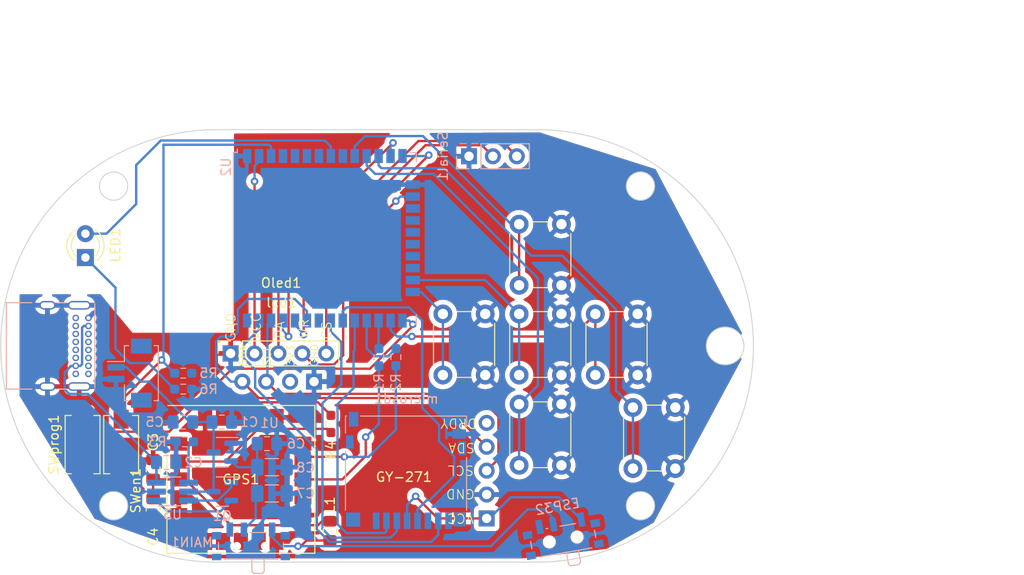
<source format=kicad_pcb>
(kicad_pcb (version 20221018) (generator pcbnew)
  (layers (0 "F.Cu" signal) (31 "B.Cu" signal) (34 "B.Paste" user) (35 "F.Paste" user) (36 "B.SilkS" user "B.Silkscreen") (37 "F.SilkS" user "F.Silkscreen") (38 "B.Mask" user) (39 "F.Mask" user) (44 "Edge.Cuts" user))
  (net 0 "")
  (net 1 "Net-(BT1-+)")
  (net 2 "GND")
  (net 3 "Net-(U3-VCC)")
  (net 4 "+3V3")
  (net 7 "CS")
  (net 8 "MISO")
  (net 9 "VCC")
  (net 10 "CLK")
  (net 11 "MOSI")
  (net 12 "SCL")
  (net 13 "SDA")
  (net 14 "Net-(Q1-B)")
  (net 15 "Net-(Q1-E)")
  (net 16 "RX2")
  (net 17 "TX2")
  (net 18 "Net-(U3-Prog)")
  (net 19 "Net-(SWen1-B)")
  (net 20 "B5")
  (net 21 "B6")
  (net 22 "B2")
  (net 23 "B3")
  (net 24 "Net-(SWprog1-A)")
  (net 25 "B4")
  (net 26 "B1")
  (net 32 "lcd_data")
  (net 39 "lcd_wr")
  (net 40 "lcd_cs")
  (net 46 "Net-(GPS1-TXD)")
  (net 47 "Net-(GPS1-RXD)")
  (net 48 "Net-(GPS1-~{RESET})")
  (net 50 "Net-(MAIN1-B)")
  (net 51 "Net-(ESP32-B)")
  (net 54 "Net-(LED1-K)")
  (net 55 "Net-(LED1-A)")
  (net 59 "Net-(Serial1-Pin_2)")
  (net 60 "Net-(Serial1-Pin_3)")
  (footprint "mia_libreria:Display_i2c_128x64" (layer "F.Cu") (at 130.7 57.3 90)
    (fp_text reference "Oled1")
    (fp_text value "display_oled" hide)
  )
  (footprint "Capacitor_SMD:C_0805_2012Metric_Pad1.18x1.45mm_HandSolder" (layer "F.Cu") (at 121.2 70.8 -90)
    (fp_text reference "C4")
    (fp_text value "4,7uF" hide)
  )
  (footprint "Button_Switch_THT:SW_PUSH_6mm" (layer "F.Cu") (at 168.2 56.6 90)
    (fp_text reference "SWdown1" hide)
    (fp_text value "SW_SPST" hide)
  )
  (footprint "Button_Switch_THT:SW_PUSH_6mm" (layer "F.Cu") (at 160.1 47.05 90)
    (fp_text reference "SWright1" hide)
    (fp_text value "SW_SPST" hide)
  )
  (footprint "Inductor_SMD:L_0805_2012Metric_Pad1.15x1.40mm_HandSolder" (layer "F.Cu") (at 140 73.175 90)
    (fp_text reference "L1")
    (fp_text value "120R@100Mhz" hide)
  )
  (footprint "Button_Switch_THT:SW_PUSH_6mm" (layer "F.Cu") (at 160.1 56.6 90)
    (fp_text reference "SWleft1" hide)
    (fp_text value "SW_SPST" hide)
  )
  (footprint "Button_Switch_THT:SW_PUSH_6mm" (layer "F.Cu") (at 172.2 66.55 90)
    (fp_text reference "SWb1" hide)
    (fp_text value "SW_SPST" hide)
  )
  (footprint "Resistor_SMD:R_0603_1608Metric_Pad0.98x0.95mm_HandSolder" (layer "F.Cu") (at 140.1 61.8 -90)
    (fp_text reference "R4")
    (fp_text value "3,3K" hide)
  )
  (footprint "Button_Switch_THT:SW_PUSH_6mm" (layer "F.Cu") (at 160.1 66.2 90)
    (fp_text reference "SWa1" hide)
    (fp_text value "SW_SPST" hide)
  )
  (footprint "Button_Switch_THT:SW_PUSH_6mm" (layer "F.Cu") (at 152 56.6 90)
    (fp_text reference "SWup1" hide)
    (fp_text value "SW_SPST" hide)
  )
  (footprint "LED_THT:LED_D3.0mm" (layer "F.Cu") (at 114 44.1 90)
    (fp_text reference "LED1")
    (fp_text value "LED" hide)
  )
  (footprint "Capacitor_SMD:C_0805_2012Metric_Pad1.18x1.45mm_HandSolder" (layer "F.Cu") (at 121.2 66.6375 90)
    (fp_text reference "C3")
    (fp_text value "22pF" hide)
  )
  (footprint "RF_GPS:ublox_SAM-M8Q" (layer "F.Cu") (at 130.525 67.7)
    (fp_text reference "GPS1")
    (fp_text value "SAM-M8Q" hide)
  )
  (footprint "mia_libreria:display_7_segm_4_digits" (layer "F.Cu") (at 129.44 54.3 90)
    (fp_text reference "lcd1")
    (fp_text value "display_lcd" hide)
  )
  (footprint "Button_Switch_SMD:SW_SPST_EVQPE1" (layer "F.Cu") (at 117.8 64 90)
    (fp_text reference "SWen1")
    (fp_text value "SW_SPST" hide)
  )
  (footprint "mia_libreria:GY-271" (layer "F.Cu") (at 156.65 71.85 180)
    (fp_text reference "GY-271")
    (fp_text value "Conn_01x05_Shielded" hide)
  )
  (footprint "Button_Switch_SMD:SW_SPST_EVQPE1" (layer "F.Cu") (at 113.7 64 -90)
    (fp_text reference "SWprog1")
    (fp_text value "SW_SPST" hide)
  )
  (footprint "Package_TO_SOT_SMD:SOT-23" (layer "B.Cu") (at 128.5625 69 180)
    (fp_text reference "Q1")
    (fp_text value "MMBTA92" hide)
  )
  (footprint "Resistor_SMD:R_0603_1608Metric_Pad0.98x0.95mm_HandSolder" (layer "B.Cu") (at 124.4 58.1)
    (fp_text reference "R6")
    (fp_text value "R" hide)
  )
  (footprint "Resistor_SMD:R_0603_1608Metric_Pad0.98x0.95mm_HandSolder" (layer "B.Cu") (at 145.2 54.7 -90)
    (fp_text reference "R1")
    (fp_text value "100R" hide)
  )
  (footprint "Resistor_SMD:R_0603_1608Metric_Pad0.98x0.95mm_HandSolder" (layer "B.Cu") (at 147 54.7 -90)
    (fp_text reference "R2")
    (fp_text value "100R" hide)
  )
  (footprint "Connector_Hirose:Hirose_DF13C_CL535-0402-2-51_1x02-1MP_P1.25mm_Vertical" (layer "B.Cu") (at 118.7 56.4 -90)
    (fp_text reference "BT1" hide)
    (fp_text value "Battery_Cell" hide)
  )
  (footprint "Capacitor_SMD:C_0805_2012Metric_Pad1.18x1.45mm_HandSolder" (layer "B.Cu") (at 124.3625 61.6 180)
    (fp_text reference "C5")
    (fp_text value "1uF" hide)
  )
  (footprint "Capacitor_SMD:C_1206_3216Metric_Pad1.33x1.80mm_HandSolder" (layer "B.Cu") (at 133.825 66.4)
    (fp_text reference "C8")
    (fp_text value "220uF" hide)
  )
  (footprint "Resistor_SMD:R_0603_1608Metric_Pad0.98x0.95mm_HandSolder" (layer "B.Cu") (at 124.5625 63.7 180)
    (fp_text reference "R3")
    (fp_text value "5K" hide)
  )
  (footprint "Package_TO_SOT_SMD:TSOT-23-6_HandSoldering" (layer "B.Cu") (at 123.2625 69)
    (fp_text reference "U3")
    (fp_text value "LTC4054ES5-4.2" hide)
  )
  (footprint "RF_Module:ESP32-WROOM-32U" (layer "B.Cu") (at 139.45 42.05 -90)
    (fp_text reference "U2")
    (fp_text value "ESP32-WROOM-32U" hide)
  )
  (footprint "Capacitor_SMD:C_1206_3216Metric_Pad1.33x1.80mm_HandSolder" (layer "B.Cu") (at 133.825 69.2)
    (fp_text reference "C7")
    (fp_text value "220uF" hide)
  )
  (footprint "Capacitor_SMD:C_0805_2012Metric_Pad1.18x1.45mm_HandSolder" (layer "B.Cu") (at 133.3 63.9)
    (fp_text reference "C6")
    (fp_text value "0,1uF" hide)
  )
  (footprint "Package_TO_SOT_SMD:SOT-23" (layer "B.Cu") (at 128.5625 64.8 180)
    (fp_text reference "U1")
    (fp_text value "MCP1700x-330xxTT" hide)
  )
  (footprint "Button_Switch_SMD:SW_SPDT_PCM12" (layer "B.Cu") (at 131.6 74.47 180)
    (fp_text reference "MAIN1")
    (fp_text value "SW_SPDT" hide)
  )
  (footprint "Resistor_SMD:R_0603_1608Metric_Pad0.98x0.95mm_HandSolder" (layer "B.Cu") (at 124.4 56.4 180)
    (fp_text reference "R5")
    (fp_text value "10K" hide)
  )
  (footprint "Connector_PinSocket_2.54mm:PinSocket_1x03_P2.54mm_Vertical" (layer "B.Cu") (at 154.775 33.325 -90)
    (fp_text reference "Serial1")
    (fp_text value "Conn_01x03_Shielded")
  )
  (footprint "Capacitor_SMD:C_0805_2012Metric_Pad1.18x1.45mm_HandSolder" (layer "B.Cu") (at 128.5 61.6)
    (fp_text reference "C1")
    (fp_text value "10uF" hide)
  )
  (footprint "Connector_Card:microSD_HC_Hirose_DM3D-SF" (layer "B.Cu") (at 148.08 66.75 180)
    (fp_text reference "microsd1")
    (fp_text value "Micro_SD_Card")
  )
  (footprint "Capacitor_SMD:C_0805_2012Metric_Pad1.18x1.45mm_HandSolder" (layer "B.Cu") (at 122.6 65.9)
    (fp_text reference "C2")
    (fp_text value "1uF" hide)
  )
  (footprint "Connector_USB:USB_C_Receptacle_GCT_USB4085" (layer "B.Cu") (at 114.325 56.475 90)
    (fp_text reference "J1" hide)
    (fp_text value "USB_C_Receptacle_PowerOnly_6P" hide)
  )
  (footprint "Button_Switch_SMD:SW_SPDT_PCM12" (layer "B.Cu") (at 164.730389 73.770983 -170)
    (fp_text reference "ESP32")
    (fp_text value "SW_SPDT" hide)
  )
  (gr_line (start 128 76.5) (end 162 76.5) (stroke (width 0.1)) (layer "Edge.Cuts"))
  (gr_arc (start 128 76.5) (mid 105 53.5) (end 128 30.5) (stroke (width 0.1)) (layer "Edge.Cuts"))
  (gr_circle (center 173 36.5) (end 173 38) (stroke (width 0.1)) (fill none) (layer "Edge.Cuts"))
  (gr_circle (center 173 70.5) (end 173 72) (stroke (width 0.1)) (fill none) (layer "Edge.Cuts"))
  (gr_arc (start 162 30.5) (mid 185 53.5) (end 162 76.5) (stroke (width 0.1)) (layer "Edge.Cuts"))
  (gr_circle (center 182 53.5) (end 180 53.5) (stroke (width 0.1)) (fill none) (layer "Edge.Cuts"))
  (gr_line (start 128 30.5) (end 162 30.5) (stroke (width 0.1)) (layer "Edge.Cuts"))
  (gr_circle (center 117 36.5) (end 117 38) (stroke (width 0.1)) (fill none) (layer "Edge.Cuts"))
  (gr_circle (center 117 70.5) (end 117 72) (stroke (width 0.1)) (fill none) (layer "Edge.Cuts"))
  (segment (start 124.9725 69) (end 127.625 69) (width 0.25) (layer "B.Cu") (net 1))
  (segment (start 119.9 57.3) (end 120.8 57.3) (width 0.25) (layer "B.Cu") (net 1))
  (segment (start 127.625 69) (end 127.625 64.8) (width 0.25) (layer "B.Cu") (net 1))
  (segment (start 127.625 61.7625) (end 127.4625 61.6) (width 0.25) (layer "B.Cu") (net 1))
  (segment (start 117.25 55.775) (end 118.375 55.775) (width 0.25) (layer "B.Cu") (net 1))
  (segment (start 120.8 57.3) (end 125.1 61.6) (width 0.25) (layer "B.Cu") (net 1))
  (segment (start 127.4625 61.6) (end 125.4 61.6) (width 0.25) (layer "B.Cu") (net 1))
  (segment (start 118.375 55.775) (end 119.9 57.3) (width 0.25) (layer "B.Cu") (net 1))
  (segment (start 127.625 64.8) (end 127.625 61.7625) (width 0.25) (layer "B.Cu") (net 1))
  (segment (start 125.1 61.6) (end 125.4 61.6) (width 0.25) (layer "B.Cu") (net 1))
  (segment (start 113.65 55.444974) (end 113.65 51.555026) (width 0.25) (layer "B.Cu") (net 3))
  (segment (start 112.480026 55.625) (end 111.82 56.285026) (width 0.25) (layer "B.Cu") (net 3))
  (segment (start 112.975 55.625) (end 112.480026 55.625) (width 0.25) (layer "B.Cu") (net 3))
  (segment (start 113.830026 51.375) (end 114.325 51.375) (width 0.25) (layer "B.Cu") (net 3))
  (segment (start 112.273984 58.6) (end 114.2625 58.6) (width 0.25) (layer "B.Cu") (net 3))
  (segment (start 121.5625 68.04) (end 121.5525 68.05) (width 0.25) (layer "B.Cu") (net 3))
  (segment (start 114.2625 58.6) (end 121.5525 65.89) (width 0.25) (layer "B.Cu") (net 3))
  (segment (start 112.975 55.625) (end 113.469974 55.625) (width 0.25) (layer "B.Cu") (net 3))
  (segment (start 121.5625 65.9) (end 121.5625 68.04) (width 0.25) (layer "B.Cu") (net 3))
  (segment (start 111.82 58.146016) (end 112.273984 58.6) (width 0.25) (layer "B.Cu") (net 3))
  (segment (start 121.5525 65.89) (end 121.5525 68.05) (width 0.25) (layer "B.Cu") (net 3))
  (segment (start 113.65 51.555026) (end 113.830026 51.375) (width 0.25) (layer "B.Cu") (net 3))
  (segment (start 111.82 56.285026) (end 111.82 58.146016) (width 0.25) (layer "B.Cu") (net 3))
  (segment (start 113.469974 55.625) (end 113.65 55.444974) (width 0.25) (layer "B.Cu") (net 3))
  (segment (start 123.925 65.8) (end 123.925 67.7) (width 0.25) (layer "F.Cu") (net 4))
  (segment (start 139.55 72.15) (end 139.15 72.15) (width 0.25) (layer "F.Cu") (net 4))
  (segment (start 124.6 67.7) (end 123.925 67.7) (width 0.25) (layer "F.Cu") (net 4))
  (segment (start 132.5 62.325) (end 132.425 62.25) (width 0.25) (layer "F.Cu") (net 4))
  (segment (start 121.2 67.675) (end 121.225 67.7) (width 0.25) (layer "F.Cu") (net 4))
  (segment (start 139.7125 62.325) (end 132.5 62.325) (width 0.25) (layer "F.Cu") (net 4))
  (segment (start 121.225 67.7) (end 123.925 67.7) (width 0.25) (layer "F.Cu") (net 4))
  (segment (start 139.15 72.15) (end 138.725 72.575) (width 0.25) (layer "F.Cu") (net 4))
  (segment (start 138.725 72.575) (end 129.475 72.575) (width 0.25) (layer "F.Cu") (net 4))
  (segment (start 123.925 65.8) (end 128.875 65.8) (width 0.25) (layer "F.Cu") (net 4))
  (segment (start 132.425 62.25) (end 132.425 61.1) (width 0.25) (layer "F.Cu") (net 4))
  (segment (start 140.1 62.7125) (end 139.7125 62.325) (width 0.25) (layer "F.Cu") (net 4))
  (segment (start 121.2 69.7625) (end 121.2 67.675) (width 0.25) (layer "F.Cu") (net 4))
  (segment (start 129.475 72.575) (end 124.6 67.7) (width 0.25) (layer "F.Cu") (net 4))
  (segment (start 128.875 65.8) (end 132.425 62.25) (width 0.25) (layer "F.Cu") (net 4))
  (segment (start 142.625 53.975) (end 142.625 50.8) (width 0.25) (layer "B.Cu") (net 7))
  (segment (start 142.5 54.1) (end 142.625 53.975) (width 0.25) (layer "B.Cu") (net 7))
  (segment (start 140.8 72.47) (end 140.8 59.7) (width 0.25) (layer "B.Cu") (net 7))
  (segment (start 142.5 58) (end 142.5 54.1) (width 0.25) (layer "B.Cu") (net 7))
  (segment (start 141.73 73.4) (end 140.8 72.47) (width 0.25) (layer "B.Cu") (net 7))
  (segment (start 145.83 73.4) (end 141.73 73.4) (width 0.25) (layer "B.Cu") (net 7))
  (segment (start 146.005 72.1) (end 146.005 73.225) (width 0.25) (layer "B.Cu") (net 7))
  (segment (start 140.8 59.7) (end 142.5 58) (width 0.25) (layer "B.Cu") (net 7))
  (segment (start 146.005 73.225) (end 145.83 73.4) (width 0.25) (layer "B.Cu") (net 7))
  (segment (start 139.2 72.963604) (end 139.2 59.6) (width 0.25) (layer "B.Cu") (net 8))
  (segment (start 139.2 59.6) (end 141.2 57.6) (width 0.25) (layer "B.Cu") (net 8))
  (segment (start 141.2 57.6) (end 141.2 53.1) (width 0.25) (layer "B.Cu") (net 8))
  (segment (start 147.105 73.225) (end 146.43 73.9) (width 0.25) (layer "B.Cu") (net 8))
  (segment (start 141.2 53.1) (end 140.085 51.985) (width 0.25) (layer "B.Cu") (net 8))
  (segment (start 140.136396 73.9) (end 139.2 72.963604) (width 0.25) (layer "B.Cu") (net 8))
  (segment (start 140.085 51.985) (end 140.085 50.8) (width 0.25) (layer "B.Cu") (net 8))
  (segment (start 147.105 72.1) (end 147.105 73.225) (width 0.25) (layer "B.Cu") (net 8))
  (segment (start 146.43 73.9) (end 140.136396 73.9) (width 0.25) (layer "B.Cu") (net 8))
  (segment (start 151.45 71.85) (end 149.1 69.5) (width 0.25) (layer "F.Cu") (net 9))
  (segment (start 131.98 36) (end 131.98 54.3) (width 0.25) (layer "F.Cu") (net 9))
  (segment (start 156.65 71.85) (end 151.45 71.85) (width 0.25) (layer "F.Cu") (net 9))
  (via (at 149.1 69.5) (size 0.8) (drill 0.4) (layers "F.Cu" "B.Cu") (net 9))
  (via (at 131.98 36) (size 0.8) (drill 0.4) (layers "F.Cu" "B.Cu") (net 9))
  (segment (start 131.98 36) (end 131.98 34.365) (width 0.25) (layer "B.Cu") (net 9))
  (segment (start 148.205 72.1) (end 148.205 70.395) (width 0.25) (layer "B.Cu") (net 9))
  (segment (start 131.98 34.365) (end 132.465 33.88) (width 0.25) (layer "B.Cu") (net 9))
  (segment (start 132.465 33.88) (end 132.465 33.3) (width 0.25) (layer "B.Cu") (net 9))
  (segment (start 156.95 71.85) (end 156.65 71.85) (width 0.25) (layer "B.Cu") (net 9))
  (segment (start 148.205 70.395) (end 149.1 69.5) (width 0.25) (layer "B.Cu") (net 9))
  (segment (start 166.69789 71.972) (end 164.32589 69.6) (width 0.25) (layer "B.Cu") (net 9))
  (segment (start 164.32589 69.6) (end 159.2 69.6) (width 0.25) (layer "B.Cu") (net 9))
  (segment (start 159.2 69.6) (end 156.95 71.85) (width 0.25) (layer "B.Cu") (net 9))
  (segment (start 148.4 49.4) (end 149.8 50.8) (width 0.25) (layer "B.Cu") (net 10))
  (segment (start 149.305 70.895) (end 149.305 72.1) (width 0.25) (layer "B.Cu") (net 10))
  (segment (start 150.3 69.9) (end 149.305 70.895) (width 0.25) (layer "B.Cu") (net 10))
  (segment (start 141.355 50.8) (end 141.355 49.8) (width 0.25) (layer "B.Cu") (net 10))
  (segment (start 153.2 65.243222) (end 153.2 67.3) (width 0.25) (layer "B.Cu") (net 10))
  (segment (start 151.6 63.643222) (end 153.2 65.243222) (width 0.25) (layer "B.Cu") (net 10))
  (segment (start 141.755 49.4) (end 148.4 49.4) (width 0.25) (layer "B.Cu") (net 10))
  (segment (start 149.8 50.8) (end 149.8 60.1) (width 0.25) (layer "B.Cu") (net 10))
  (segment (start 150.6 69.9) (end 150.3 69.9) (width 0.25) (layer "B.Cu") (net 10))
  (segment (start 149.8 60.1) (end 151.6 61.9) (width 0.25) (layer "B.Cu") (net 10))
  (segment (start 141.355 49.8) (end 141.755 49.4) (width 0.25) (layer "B.Cu") (net 10))
  (segment (start 151.6 61.9) (end 151.6 63.643222) (width 0.25) (layer "B.Cu") (net 10))
  (segment (start 153.2 67.3) (end 150.6 69.9) (width 0.25) (layer "B.Cu") (net 10))
  (segment (start 139.95 74.35) (end 138.6 73) (width 0.25) (layer "B.Cu") (net 11))
  (segment (start 151.505 73.595) (end 150.75 74.35) (width 0.25) (layer "B.Cu") (net 11))
  (segment (start 151.505 72.1) (end 151.505 73.595) (width 0.25) (layer "B.Cu") (net 11))
  (segment (start 132.465 51.735) (end 132.465 50.8) (width 0.25) (layer "B.Cu") (net 11))
  (segment (start 150.75 74.35) (end 139.95 74.35) (width 0.25) (layer "B.Cu") (net 11))
  (segment (start 130.805 54.786701) (end 130.805 53.395) (width 0.25) (layer "B.Cu") (net 11))
  (segment (start 132.045 56.026701) (end 130.805 54.786701) (width 0.25) (layer "B.Cu") (net 11))
  (segment (start 132.045 57.945) (end 132.045 56.026701) (width 0.25) (layer "B.Cu") (net 11))
  (segment (start 138.6 64.5) (end 132.045 57.945) (width 0.25) (layer "B.Cu") (net 11))
  (segment (start 138.6 73) (end 138.6 64.5) (width 0.25) (layer "B.Cu") (net 11))
  (segment (start 130.805 53.395) (end 132.465 51.735) (width 0.25) (layer "B.Cu") (net 11))
  (segment (start 157.9 65.52) (end 156.65 66.77) (width 0.25) (layer "F.Cu") (net 12))
  (segment (start 133.22 57.3) (end 134.52 58.6) (width 0.25) (layer "F.Cu") (net 12))
  (segment (start 134.52 58.6) (end 155.5 58.6) (width 0.25) (layer "F.Cu") (net 12))
  (segment (start 157.9 61) (end 157.9 65.52) (width 0.25) (layer "F.Cu") (net 12))
  (segment (start 155.5 58.6) (end 157.9 61) (width 0.25) (layer "F.Cu") (net 12))
  (segment (start 133.345 57.175) (end 133.22 57.3) (width 0.25) (layer "B.Cu") (net 12))
  (segment (start 133.345 51.19) (end 133.345 57.175) (width 0.25) (layer "B.Cu") (net 12))
  (segment (start 133.735 50.8) (end 133.345 51.19) (width 0.25) (layer "B.Cu") (net 12))
  (segment (start 132.43 59.05) (end 151.47 59.05) (width 0.25) (layer "F.Cu") (net 13))
  (segment (start 151.47 59.05) (end 156.65 64.23) (width 0.25) (layer "F.Cu") (net 13))
  (segment (start 130.68 57.3) (end 132.43 59.05) (width 0.25) (layer "F.Cu") (net 13))
  (segment (start 128.4 52.5) (end 129.7 52.5) (width 0.25) (layer "B.Cu") (net 13))
  (segment (start 137.545 49.8) (end 137.545 50.8) (width 0.25) (layer "B.Cu") (net 13))
  (segment (start 131.3 48.5) (end 136.245 48.5) (width 0.25) (layer "B.Cu") (net 13))
  (segment (start 136.245 48.5) (end 137.545 49.8) (width 0.25) (layer "B.Cu") (net 13))
  (segment (start 127.9 55.722081) (end 127.9 53) (width 0.25) (layer "B.Cu") (net 13))
  (segment (start 130.2 52) (end 130.2 49.6) (width 0.25) (layer "B.Cu") (net 13))
  (segment (start 130.2 49.6) (end 131.3 48.5) (width 0.25) (layer "B.Cu") (net 13))
  (segment (start 129.7 52.5) (end 130.2 52) (width 0.25) (layer "B.Cu") (net 13))
  (segment (start 127.9 53) (end 128.4 52.5) (width 0.25) (layer "B.Cu") (net 13))
  (segment (start 130.68 57.3) (end 129.477919 57.3) (width 0.25) (layer "B.Cu") (net 13))
  (segment (start 129.477919 57.3) (end 127.9 55.722081) (width 0.25) (layer "B.Cu") (net 13))
  (segment (start 128.090749 69.95) (end 129.5 68.540749) (width 0.25) (layer "B.Cu") (net 14))
  (segment (start 124.9725 69.95) (end 128.090749 69.95) (width 0.25) (layer "B.Cu") (net 14))
  (segment (start 129.5 68.540749) (end 129.5 68.05) (width 0.25) (layer "B.Cu") (net 14))
  (segment (start 122.7025 71.1) (end 121.5525 69.95) (width 0.25) (layer "B.Cu") (net 15))
  (segment (start 129.5 69.95) (end 128.35 71.1) (width 0.25) (layer "B.Cu") (net 15))
  (segment (start 128.35 71.1) (end 122.7025 71.1) (width 0.25) (layer "B.Cu") (net 15))
  (segment (start 145.165 53.7525) (end 145.165 50.8) (width 0.25) (layer "B.Cu") (net 16))
  (segment (start 145.2 53.7875) (end 145.165 53.7525) (width 0.25) (layer "B.Cu") (net 16))
  (segment (start 146.1875 54.6) (end 147 53.7875) (width 0.25) (layer "B.Cu") (net 17))
  (segment (start 143.895 53.765495) (end 144.729505 54.6) (width 0.25) (layer "B.Cu") (net 17))
  (segment (start 144.729505 54.6) (end 146.1875 54.6) (width 0.25) (layer "B.Cu") (net 17))
  (segment (start 143.895 50.8) (end 143.895 53.765495) (width 0.25) (layer "B.Cu") (net 17))
  (segment (start 124.9725 64.2025) (end 124.9725 68.05) (width 0.25) (layer "B.Cu") (net 18))
  (segment (start 125.475 63.7) (end 124.9725 64.2025) (width 0.25) (layer "B.Cu") (net 18))
  (segment (start 117.8 61.3) (end 117.8 59.3) (width 0.25) (layer "F.Cu") (net 19))
  (segment (start 117.8 59.3) (end 122.1 55) (width 0.25) (layer "F.Cu") (net 19))
  (via (at 122.1 55) (size 0.8) (drill 0.4) (layers "F.Cu" "B.Cu") (net 19))
  (segment (start 133.735 33.3) (end 133.735 32.3) (width 0.25) (layer "B.Cu") (net 19))
  (segment (start 133.735 32.3) (end 133.535 32.1) (width 0.25) (layer "B.Cu") (net 19))
  (segment (start 122.3 55.2125) (end 123.4875 56.4) (width 0.25) (layer "B.Cu") (net 19))
  (segment (start 133.535 32.1) (end 122.3 32.1) (width 0.25) (layer "B.Cu") (net 19))
  (segment (start 122.3 32.1) (end 122.3 55.2125) (width 0.25) (layer "B.Cu") (net 19))
  (segment (start 151 35.2) (end 162.1 46.3) (width 0.25) (layer "B.Cu") (net 20))
  (segment (start 143.895 33.3) (end 143.895 34.3) (width 0.25) (layer "B.Cu") (net 20))
  (segment (start 160.1 66.2) (end 160.1 59.7) (width 0.25) (layer "B.Cu") (net 20))
  (segment (start 143.895 34.3) (end 144.795 35.2) (width 0.25) (layer "B.Cu") (net 20))
  (segment (start 162.1 46.3) (end 162.1 57.7) (width 0.25) (layer "B.Cu") (net 20))
  (segment (start 162.1 57.7) (end 160.1 59.7) (width 0.25) (layer "B.Cu") (net 20))
  (segment (start 144.795 35.2) (end 151 35.2) (width 0.25) (layer "B.Cu") (net 20))
  (segment (start 170.4 58.25) (end 172.2 60.05) (width 0.25) (layer "B.Cu") (net 21))
  (segment (start 172.2 66.55) (end 172.2 60.05) (width 0.25) (layer "B.Cu") (net 21))
  (segment (start 152.1 34.6) (end 161.4 43.9) (width 0.25) (layer "B.Cu") (net 21))
  (segment (start 145.465 34.6) (end 152.1 34.6) (width 0.25) (layer "B.Cu") (net 21))
  (segment (start 170.4 49.6) (end 170.4 58.25) (width 0.25) (layer "B.Cu") (net 21))
  (segment (start 145.165 34.3) (end 145.465 34.6) (width 0.25) (layer "B.Cu") (net 21))
  (segment (start 164.7 43.9) (end 170.4 49.6) (width 0.25) (layer "B.Cu") (net 21))
  (segment (start 161.4 43.9) (end 164.7 43.9) (width 0.25) (layer "B.Cu") (net 21))
  (segment (start 145.165 33.3) (end 145.165 34.3) (width 0.25) (layer "B.Cu") (net 21))
  (segment (start 148.7 52.5) (end 165.8 52.5) (width 0.25) (layer "F.Cu") (net 22))
  (segment (start 168.2 56.6) (end 168.2 50.1) (width 0.25) (layer "F.Cu") (net 22))
  (segment (start 165.8 52.5) (end 168.2 50.1) (width 0.25) (layer "F.Cu") (net 22))
  (via (at 148.7 52.5) (size 0.8) (drill 0.4) (layers "F.Cu" "B.Cu") (net 22))
  (segment (start 148.7 52.5) (end 148.6 52.5) (width 0.25) (layer "B.Cu") (net 22))
  (segment (start 146.435 50.8) (end 146.435 51.8) (width 0.25) (layer "B.Cu") (net 22))
  (segment (start 146.435 51.8) (end 147.135 52.5) (width 0.25) (layer "B.Cu") (net 22))
  (segment (start 147.135 52.5) (end 148.7 52.5) (width 0.25) (layer "B.Cu") (net 22))
  (segment (start 156.495 46.495) (end 160.1 50.1) (width 0.25) (layer "B.Cu") (net 23))
  (segment (start 160.1 50.1) (end 160.1 56.6) (width 0.25) (layer "B.Cu") (net 23))
  (segment (start 148.8 46.495) (end 156.495 46.495) (width 0.25) (layer "B.Cu") (net 23))
  (segment (start 148.8 51.374695) (end 148.8 51.2) (width 0.25) (layer "F.Cu") (net 24))
  (segment (start 144.249695 55.925) (end 148.8 51.374695) (width 0.25) (layer "F.Cu") (net 24))
  (segment (start 129.6 55.925) (end 144.249695 55.925) (width 0.25) (layer "F.Cu") (net 24))
  (segment (start 115.025 62.625) (end 122.9 62.625) (width 0.25) (layer "F.Cu") (net 24))
  (segment (start 122.9 62.625) (end 129.6 55.925) (width 0.25) (layer "F.Cu") (net 24))
  (segment (start 113.7 61.3) (end 115.025 62.625) (width 0.25) (layer "F.Cu") (net 24))
  (via (at 148.8 51.2) (size 0.8) (drill 0.4) (layers "F.Cu" "B.Cu") (net 24))
  (segment (start 148.4 50.8) (end 148.8 51.2) (width 0.25) (layer "B.Cu") (net 24))
  (segment (start 147.705 50.8) (end 148.4 50.8) (width 0.25) (layer "B.Cu") (net 24))
  (segment (start 160.1 47.05) (end 160.1 40.55) (width 0.25) (layer "F.Cu") (net 25))
  (segment (start 159.25 40.55) (end 149.875 31.175) (width 0.25) (layer "B.Cu") (net 25))
  (segment (start 143.7 31.2) (end 142.625 32.275) (width 0.25) (layer "B.Cu") (net 25))
  (segment (start 146.374695 31.2) (end 143.7 31.2) (width 0.25) (layer "B.Cu") (net 25))
  (segment (start 149.875 31.175) (end 146.399695 31.175) (width 0.25) (layer "B.Cu") (net 25))
  (segment (start 142.625 32.275) (end 142.625 33.3) (width 0.25) (layer "B.Cu") (net 25))
  (segment (start 160.1 40.55) (end 159.25 40.55) (width 0.25) (layer "B.Cu") (net 25))
  (segment (start 146.399695 31.175) (end 146.374695 31.2) (width 0.25) (layer "B.Cu") (net 25))
  (segment (start 148.8 47.765) (end 149.665 47.765) (width 0.25) (layer "B.Cu") (net 26))
  (segment (start 152 56.6) (end 152 50.1) (width 0.25) (layer "B.Cu") (net 26))
  (segment (start 149.665 47.765) (end 152 50.1) (width 0.25) (layer "B.Cu") (net 26))
  (segment (start 146.7 31.9) (end 134.52 44.08) (width 0.25) (layer "F.Cu") (net 32))
  (segment (start 134.52 44.08) (end 134.52 54.3) (width 0.25) (layer "F.Cu") (net 32))
  (via (at 146.7 31.9) (size 0.8) (drill 0.4) (layers "F.Cu" "B.Cu") (net 32))
  (segment (start 146.435 32.265) (end 146.7 31.9) (width 0.25) (layer "B.Cu") (net 32))
  (segment (start 146.7 31.9) (end 146.6 32.1) (width 0.25) (layer "B.Cu") (net 32))
  (segment (start 146.435 33.3) (end 146.435 32.265) (width 0.25) (layer "B.Cu") (net 32))
  (segment (start 147 38.1) (end 141.4 43.7) (width 0.25) (layer "F.Cu") (net 39))
  (segment (start 138.235 55.475) (end 137.06 54.3) (width 0.25) (layer "F.Cu") (net 39))
  (segment (start 140.425 55.475) (end 138.235 55.475) (width 0.25) (layer "F.Cu") (net 39))
  (segment (start 141.4 54.5) (end 140.425 55.475) (width 0.25) (layer "F.Cu") (net 39))
  (segment (start 141.4 43.7) (end 141.4 54.5) (width 0.25) (layer "F.Cu") (net 39))
  (via (at 147 38.1) (size 0.8) (drill 0.4) (layers "F.Cu" "B.Cu") (net 39))
  (segment (start 148.8 37.605) (end 147.495 37.605) (width 0.25) (layer "B.Cu") (net 39))
  (segment (start 147 38.1) (end 147.05 38.05) (width 0.25) (layer "B.Cu") (net 39))
  (segment (start 147.495 37.605) (end 147 38.1) (width 0.25) (layer "B.Cu") (net 39))
  (segment (start 150.5 33.2) (end 139.6 44.1) (width 0.25) (layer "F.Cu") (net 40))
  (segment (start 139.6 44.1) (end 139.6 54.3) (width 0.25) (layer "F.Cu") (net 40))
  (via (at 150.5 33.2) (size 0.8) (drill 0.4) (layers "F.Cu" "B.Cu") (net 40))
  (segment (start 147.705 33.3) (end 150.4 33.3) (width 0.25) (layer "B.Cu") (net 40))
  (segment (start 150.4 33.3) (end 150.5 33.2) (width 0.25) (layer "B.Cu") (net 40))
  (segment (start 141.3 67.7) (end 137.125 67.7) (width 0.25) (layer "F.Cu") (net 46))
  (segment (start 143.8 65.2) (end 141.3 67.7) (width 0.25) (layer "F.Cu") (net 46))
  (segment (start 143.8 63.2) (end 143.8 65.2) (width 0.25) (layer "F.Cu") (net 46))
  (via (at 143.8 63.2) (size 0.8) (drill 0.4) (layers "F.Cu" "B.Cu") (net 46))
  (segment (start 143.8 63.2) (end 145.2 61.8) (width 0.25) (layer "B.Cu") (net 46))
  (segment (start 145.2 61.8) (end 145.2 55.6125) (width 0.25) (layer "B.Cu") (net 46))
  (segment (start 137.625 65.3) (end 137.125 65.8) (width 0.25) (layer "F.Cu") (net 47))
  (segment (start 141.5245 65.3) (end 137.625 65.3) (width 0.25) (layer "F.Cu") (net 47))
  (via (at 141.5245 65.3) (size 0.8) (drill 0.4) (layers "F.Cu" "B.Cu") (net 47))
  (segment (start 144.1 65.3) (end 147 62.4) (width 0.25) (layer "B.Cu") (net 47))
  (segment (start 147 62.4) (end 147 55.6125) (width 0.25) (layer "B.Cu") (net 47))
  (segment (start 141.5245 65.3) (end 144.1 65.3) (width 0.25) (layer "B.Cu") (net 47))
  (segment (start 130.525 61.1) (end 130.525 59.95) (width 0.25) (layer "F.Cu") (net 48))
  (segment (start 138.7125 59.5) (end 140.1 60.8875) (width 0.25) (layer "F.Cu") (net 48))
  (segment (start 130.975 59.5) (end 138.7125 59.5) (width 0.25) (layer "F.Cu") (net 48))
  (segment (start 130.525 59.95) (end 130.975 59.5) (width 0.25) (layer "F.Cu") (net 48))
  (segment (start 132.2625 66.4) (end 130.15 66.4) (width 0.25) (layer "B.Cu") (net 50))
  (segment (start 132.2625 69.2) (end 132.2625 66.4) (width 0.25) (layer "B.Cu") (net 50))
  (segment (start 130.85 73.04) (end 132.1 71.79) (width 0.25) (layer "B.Cu") (net 50))
  (segment (start 132.1 69.3625) (end 132.2625 69.2) (width 0.25) (layer "B.Cu") (net 50))
  (segment (start 132.1 71.79) (end 132.1 69.3625) (width 0.25) (layer "B.Cu") (net 50))
  (segment (start 132.2625 66.4) (end 132.2625 63.9) (width 0.25) (layer "B.Cu") (net 50))
  (segment (start 130.15 66.4) (end 129.5 65.75) (width 0.25) (layer "B.Cu") (net 50))
  (segment (start 136.6 74.8) (end 136.9 74.8) (width 0.25) (layer "F.Cu") (net 51))
  (segment (start 136.9 74.8) (end 137.5 74.2) (width 0.25) (layer "F.Cu") (net 51))
  (segment (start 137.5 74.2) (end 140 74.2) (width 0.25) (layer "F.Cu") (net 51))
  (via (at 136.6 74.8) (size 0.8) (drill 0.4) (layers "F.Cu" "B.Cu") (net 51))
  (segment (start 163.743466 71.843466) (end 163.743466 72.492944) (width 0.25) (layer "B.Cu") (net 51))
  (segment (start 162.8 70.9) (end 163.743466 71.843466) (width 0.25) (layer "B.Cu") (net 51))
  (segment (start 161 70.9) (end 162.8 70.9) (width 0.25) (layer "B.Cu") (net 51))
  (segment (start 133.85 73.84) (end 133.85 73.04) (width 0.25) (layer "B.Cu") (net 51))
  (segment (start 136.6 74.8) (end 157.1 74.8) (width 0.25) (layer "B.Cu") (net 51))
  (segment (start 136.6 74.8) (end 134.81 74.8) (width 0.25) (layer "B.Cu") (net 51))
  (segment (start 134.81 74.8) (end 133.85 73.84) (width 0.25) (layer "B.Cu") (net 51))
  (segment (start 157.1 74.8) (end 161 70.9) (width 0.25) (layer "B.Cu") (net 51))
  (segment (start 114 44.1) (end 117.2 47.3) (width 0.25) (layer "B.Cu") (net 54))
  (segment (start 120.7125 55.325) (end 123.4875 58.1) (width 0.25) (layer "B.Cu") (net 54))
  (segment (start 117.2 47.3) (end 117.2 53.8) (width 0.25) (layer "B.Cu") (net 54))
  (segment (start 117.2 53.8) (end 118.725 55.325) (width 0.25) (layer "B.Cu") (net 54))
  (segment (start 118.725 55.325) (end 120.7125 55.325) (width 0.25) (layer "B.Cu") (net 54))
  (segment (start 140.085 32.3) (end 139.435 31.65) (width 0.25) (layer "B.Cu") (net 55))
  (segment (start 122.013604 31.65) (end 119.4 34.263604) (width 0.25) (layer "B.Cu") (net 55))
  (segment (start 140.085 33.3) (end 140.085 32.3) (width 0.25) (layer "B.Cu") (net 55))
  (segment (start 119.4 38.4) (end 116.24 41.56) (width 0.25) (layer "B.Cu") (net 55))
  (segment (start 116.24 41.56) (end 114 41.56) (width 0.25) (layer "B.Cu") (net 55))
  (segment (start 119.4 34.263604) (end 119.4 38.4) (width 0.25) (layer "B.Cu") (net 55))
  (segment (start 139.435 31.65) (end 122.013604 31.65) (width 0.25) (layer "B.Cu") (net 55))
  (segment (start 156.14 32.15) (end 150.15 32.15) (width 0.25) (layer "F.Cu") (net 59))
  (segment (start 157.315 33.325) (end 156.14 32.15) (width 0.25) (layer "F.Cu") (net 59))
  (segment (start 150.15 32.15) (end 137.2 45.1) (width 0.25) (layer "F.Cu") (net 59))
  (segment (start 137.2 45.1) (end 137.2 52.3) (width 0.25) (layer "F.Cu") (net 59))
  (via (at 137.2 52.3) (size 0.8) (drill 0.4) (layers "F.Cu" "B.Cu") (net 59))
  (segment (start 137.3 52.3) (end 137.2 52.2) (width 0.25) (layer "B.Cu") (net 59))
  (segment (start 137.2 52.3) (end 137.3 52.3) (width 0.25) (layer "B.Cu") (net 59))
  (segment (start 137.2 52.2) (end 137.2 52.3) (width 0.25) (layer "B.Cu") (net 59))
  (segment (start 136.275 51.275) (end 137.2 52.2) (width 0.25) (layer "B.Cu") (net 59))
  (segment (start 136.275 50.8) (end 136.275 51.275) (width 0.25) (layer "B.Cu") (net 59))
  (segment (start 158.23 31.7) (end 149.4 31.7) (width 0.25) (layer "F.Cu") (net 60))
  (segment (start 159.855 33.325) (end 158.23 31.7) (width 0.25) (layer "F.Cu") (net 60))
  (segment (start 149.4 31.7) (end 135.6 45.5) (width 0.25) (layer "F.Cu") (net 60))
  (segment (start 135.6 45.5) (end 135.6 52.5) (width 0.25) (layer "F.Cu") (net 60))
  (via (at 135.6 52.5) (size 0.8) (drill 0.4) (layers "F.Cu" "B.Cu") (net 60))
  (segment (start 135.005 51.905) (end 135.6 52.5) (width 0.25) (layer "B.Cu") (net 60))
  (segment (start 135.6 52.5) (end 135.5 52.4) (width 0.25) (layer "B.Cu") (net 60))
  (segment (start 135.005 50.8) (end 135.005 51.905) (width 0.25) (layer "B.Cu") (net 60))
  (zone (net 2) (net_name "GND") (layers "F&B.Cu") (connect_pads (clearance 0.508)) (min_thickness 0.25) (fill yes (thermal_gap 0.5) (thermal_bridge_width 0.5))
    (polygon (pts (xy 107 48) (xy 115.6 48) (xy 119 52.1) (xy 129.8 52.1) (xy 129.8 30.9) (xy 162.3 30.8) (xy 174.6 34.7) (xy 184.5 53.5) (xy 174.4 72.3) (xy 169.4 75.1) (xy 160.6 76.1) (xy 127 76.1) (xy 115 71.9) (xy 107 58.8)))
  )
)
</source>
